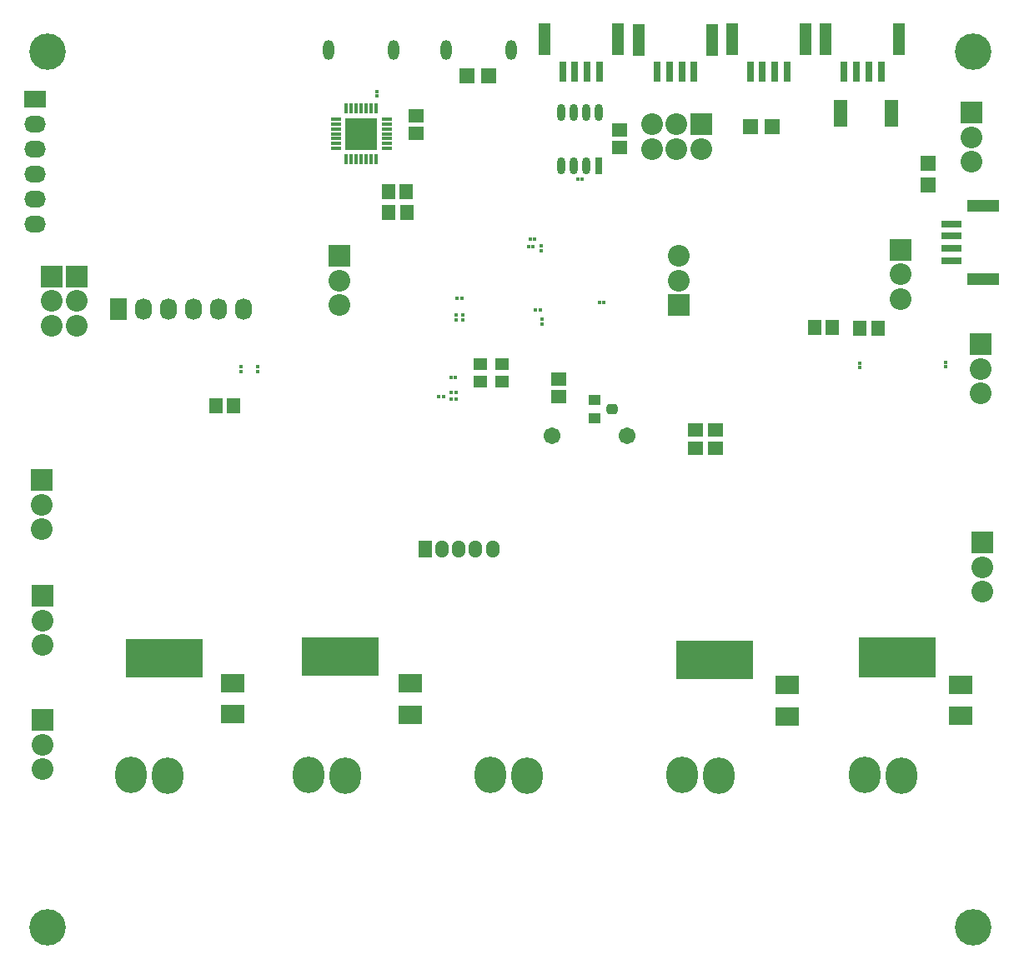
<source format=gbs>
G04*
G04 #@! TF.GenerationSoftware,Altium Limited,Altium Designer,18.0.7 (293)*
G04*
G04 Layer_Color=16711935*
%FSLAX25Y25*%
%MOIN*%
G70*
G01*
G75*
%ADD27R,0.01378X0.01378*%
%ADD28R,0.05524X0.06312*%
%ADD30R,0.01378X0.01378*%
%ADD34R,0.05702X0.10800*%
%ADD35R,0.03162X0.08280*%
%ADD36R,0.04737X0.13005*%
%ADD38R,0.06312X0.05524*%
%ADD39R,0.06312X0.06312*%
%ADD56R,0.09300X0.07300*%
%ADD67C,0.08674*%
%ADD68R,0.08674X0.08674*%
%ADD69C,0.06706*%
%ADD70R,0.08674X0.08674*%
%ADD71R,0.08674X0.06706*%
%ADD72O,0.08674X0.06706*%
%ADD73R,0.06706X0.08674*%
%ADD74O,0.06706X0.08674*%
%ADD75O,0.04343X0.07887*%
%ADD76O,0.05328X0.06942*%
%ADD77R,0.05328X0.06942*%
%ADD78O,0.12611X0.14580*%
%ADD79C,0.14580*%
%ADD180R,0.30610X0.15650*%
%ADD181R,0.30709X0.15748*%
%ADD182R,0.30709X0.15847*%
%ADD183R,0.01800X0.04343*%
G04:AMPARAMS|DCode=184|XSize=46.27mil|YSize=39.58mil|CornerRadius=11.89mil|HoleSize=0mil|Usage=FLASHONLY|Rotation=0.000|XOffset=0mil|YOffset=0mil|HoleType=Round|Shape=RoundedRectangle|*
%AMROUNDEDRECTD184*
21,1,0.04627,0.01579,0,0,0.0*
21,1,0.02248,0.03958,0,0,0.0*
1,1,0.02379,0.01124,-0.00789*
1,1,0.02379,-0.01124,-0.00789*
1,1,0.02379,-0.01124,0.00789*
1,1,0.02379,0.01124,0.00789*
%
%ADD184ROUNDEDRECTD184*%
%ADD185R,0.04627X0.03958*%
%ADD186R,0.06312X0.06312*%
%ADD187R,0.08280X0.03162*%
%ADD188R,0.13005X0.04737*%
%ADD189R,0.03162X0.06902*%
%ADD190O,0.03162X0.06902*%
%ADD191R,0.05524X0.04540*%
%ADD192R,0.04343X0.01800*%
%ADD193R,0.13005X0.13005*%
G36*
X429921Y132283D02*
D01*
D02*
G37*
D27*
X268406Y263779D02*
D03*
X266634D02*
D03*
X273425Y265453D02*
D03*
X271654D02*
D03*
X273425Y262598D02*
D03*
X271654D02*
D03*
X271555Y271161D02*
D03*
X273327D02*
D03*
X322146Y350492D02*
D03*
X323917D02*
D03*
X304331Y323721D02*
D03*
X302559D02*
D03*
X304921Y326772D02*
D03*
X303150D02*
D03*
X307087Y298327D02*
D03*
X305315D02*
D03*
X275787Y302854D02*
D03*
X274016D02*
D03*
X332579Y301476D02*
D03*
X330807D02*
D03*
D28*
X246654Y337402D02*
D03*
X253740D02*
D03*
X246457Y345571D02*
D03*
X253543D02*
D03*
X177461Y259842D02*
D03*
X184547D02*
D03*
X442126Y291142D02*
D03*
X435039D02*
D03*
X416831Y291339D02*
D03*
X423917D02*
D03*
D30*
X241732Y383858D02*
D03*
Y385630D02*
D03*
X469193Y277461D02*
D03*
Y275689D02*
D03*
X435039Y277067D02*
D03*
Y275295D02*
D03*
X307776Y294587D02*
D03*
Y292815D02*
D03*
X307579Y323917D02*
D03*
Y322146D02*
D03*
X276378Y294390D02*
D03*
Y296161D02*
D03*
X273425Y294390D02*
D03*
Y296161D02*
D03*
X187500Y275590D02*
D03*
Y273819D02*
D03*
X194291Y273819D02*
D03*
Y275590D02*
D03*
D34*
X447455Y376870D02*
D03*
X427152D02*
D03*
D35*
X443405Y393701D02*
D03*
X438484D02*
D03*
X433563D02*
D03*
X428642D02*
D03*
X330906D02*
D03*
X325984D02*
D03*
X321063D02*
D03*
X316142D02*
D03*
X368684Y393598D02*
D03*
X363763D02*
D03*
X358842D02*
D03*
X353921D02*
D03*
X405905Y393799D02*
D03*
X400984D02*
D03*
X396063D02*
D03*
X391142D02*
D03*
D36*
X450705Y406501D02*
D03*
X421306D02*
D03*
X338206D02*
D03*
X308805D02*
D03*
X375984Y406398D02*
D03*
X346584D02*
D03*
X413205Y406599D02*
D03*
X383805D02*
D03*
D38*
X369193Y250197D02*
D03*
Y243110D02*
D03*
X377165Y250197D02*
D03*
Y243110D02*
D03*
X314567Y270669D02*
D03*
Y263583D02*
D03*
X338976Y370374D02*
D03*
Y363287D02*
D03*
X257480Y368996D02*
D03*
Y376083D02*
D03*
D39*
X391142Y371654D02*
D03*
X399803D02*
D03*
X278051Y392028D02*
D03*
X286713D02*
D03*
D56*
X475295Y135876D02*
D03*
Y148376D02*
D03*
X405905Y135679D02*
D03*
Y148179D02*
D03*
X255118Y136368D02*
D03*
Y148868D02*
D03*
X184153Y136565D02*
D03*
Y149065D02*
D03*
D67*
X361614Y362598D02*
D03*
X451279Y302756D02*
D03*
Y312598D02*
D03*
X479626Y357579D02*
D03*
Y367421D02*
D03*
X362402Y319882D02*
D03*
Y310039D02*
D03*
X121894Y292114D02*
D03*
Y301957D02*
D03*
X111894Y292114D02*
D03*
Y301957D02*
D03*
X226969Y300197D02*
D03*
Y310039D02*
D03*
X351732Y372618D02*
D03*
X361575D02*
D03*
X351732Y362618D02*
D03*
X371417D02*
D03*
X108071Y164272D02*
D03*
Y174114D02*
D03*
X108268Y114567D02*
D03*
Y124409D02*
D03*
X483268Y264862D02*
D03*
Y274705D02*
D03*
X484055Y185531D02*
D03*
Y195374D02*
D03*
X107972Y210531D02*
D03*
Y220374D02*
D03*
D68*
X451279Y322441D02*
D03*
X479626Y377264D02*
D03*
X362402Y300197D02*
D03*
X121894Y311799D02*
D03*
X111894D02*
D03*
X226969Y319882D02*
D03*
X108071Y183957D02*
D03*
X108268Y134252D02*
D03*
X483268Y284547D02*
D03*
X484055Y205217D02*
D03*
X107972Y230217D02*
D03*
D69*
X311811Y248031D02*
D03*
X341732D02*
D03*
D70*
X371417Y372618D02*
D03*
D71*
X105315Y382697D02*
D03*
D72*
Y372697D02*
D03*
Y362697D02*
D03*
Y352697D02*
D03*
Y342697D02*
D03*
Y332697D02*
D03*
D73*
X138563Y298721D02*
D03*
D74*
X148563D02*
D03*
X158563D02*
D03*
X168563D02*
D03*
X178563D02*
D03*
X188563D02*
D03*
D75*
X295571Y402461D02*
D03*
X269587D02*
D03*
X248425Y402362D02*
D03*
X222441D02*
D03*
D76*
X288071Y202658D02*
D03*
X281339D02*
D03*
X274606D02*
D03*
X267874D02*
D03*
D77*
X261142D02*
D03*
D78*
X301944Y112005D02*
D03*
X287244Y112205D02*
D03*
X451550Y112005D02*
D03*
X436850Y112205D02*
D03*
X378716Y112005D02*
D03*
X364016Y112205D02*
D03*
X229110Y112005D02*
D03*
X214409Y112205D02*
D03*
X158243Y112005D02*
D03*
X143543Y112205D02*
D03*
D79*
X480315Y51181D02*
D03*
X110236D02*
D03*
X480315Y401575D02*
D03*
X110236D02*
D03*
D180*
X156841Y159006D02*
D03*
D181*
X227067Y159547D02*
D03*
X376969Y158465D02*
D03*
D182*
X449902Y159301D02*
D03*
D183*
X235630Y378996D02*
D03*
X237598D02*
D03*
X229724D02*
D03*
X231693D02*
D03*
X233661D02*
D03*
X239567D02*
D03*
X241535D02*
D03*
Y358602D02*
D03*
X239567D02*
D03*
X237598D02*
D03*
X235630D02*
D03*
X233661D02*
D03*
X231693D02*
D03*
X229724D02*
D03*
D184*
X335925Y258661D02*
D03*
D185*
X328925Y262342D02*
D03*
Y254861D02*
D03*
D186*
X462205Y348425D02*
D03*
Y357087D02*
D03*
D187*
X471457Y318012D02*
D03*
Y322933D02*
D03*
Y327854D02*
D03*
Y332776D02*
D03*
D188*
X484257Y310712D02*
D03*
Y340112D02*
D03*
D189*
X330669Y356102D02*
D03*
D190*
X325669D02*
D03*
X320669D02*
D03*
X315669D02*
D03*
X330669Y377362D02*
D03*
X325669D02*
D03*
X320669D02*
D03*
X315669D02*
D03*
D191*
X291929Y276575D02*
D03*
Y269685D02*
D03*
X283268Y276575D02*
D03*
Y269685D02*
D03*
D192*
X245827Y374705D02*
D03*
Y372736D02*
D03*
Y370768D02*
D03*
Y368799D02*
D03*
Y366831D02*
D03*
Y364862D02*
D03*
Y362894D02*
D03*
X225433D02*
D03*
Y364862D02*
D03*
Y366831D02*
D03*
Y368799D02*
D03*
Y370768D02*
D03*
Y372736D02*
D03*
Y374705D02*
D03*
D193*
X235630Y368799D02*
D03*
M02*

</source>
